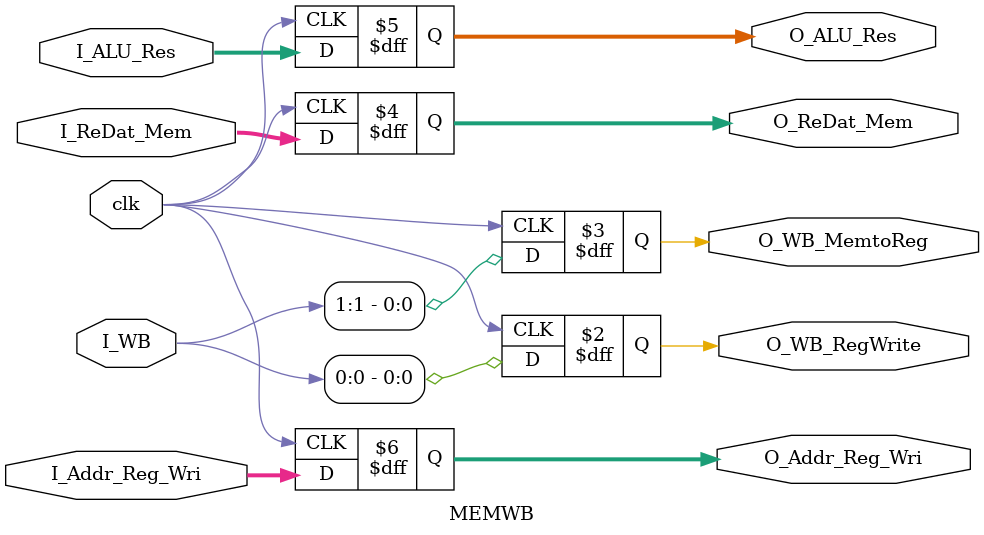
<source format=v>
module MEMWB(
input clk,
input [1:0]I_WB,
input [31:0]I_ReDat_Mem,
input [31:0]I_ALU_Res,
input [4:0]I_Addr_Reg_Wri,
output reg O_WB_RegWrite,
output reg O_WB_MemtoReg,
output reg [31:0]O_ReDat_Mem,
output reg [31:0]O_ALU_Res,
output reg [4:0]O_Addr_Reg_Wri);

always @(posedge clk)
begin
	O_WB_RegWrite=I_WB[0];
	O_WB_MemtoReg=I_WB[1];
	O_ReDat_Mem=I_ReDat_Mem;
	O_ALU_Res=I_ALU_Res;
	O_Addr_Reg_Wri=I_Addr_Reg_Wri;
end

endmodule
</source>
